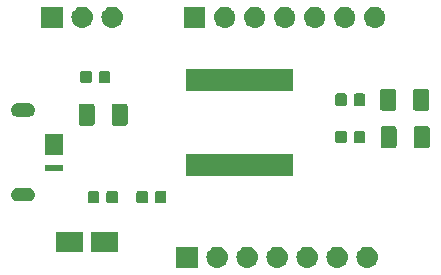
<source format=gbr>
G04 #@! TF.GenerationSoftware,KiCad,Pcbnew,(5.0.1)-3*
G04 #@! TF.CreationDate,2019-07-12T23:00:33+01:00*
G04 #@! TF.ProjectId,UsbToSerial,557362546F53657269616C2E6B696361,rev?*
G04 #@! TF.SameCoordinates,Original*
G04 #@! TF.FileFunction,Soldermask,Top*
G04 #@! TF.FilePolarity,Negative*
%FSLAX46Y46*%
G04 Gerber Fmt 4.6, Leading zero omitted, Abs format (unit mm)*
G04 Created by KiCad (PCBNEW (5.0.1)-3) date 12/07/2019 23:00:33*
%MOMM*%
%LPD*%
G01*
G04 APERTURE LIST*
%ADD10C,0.100000*%
G04 APERTURE END LIST*
D10*
G36*
X107425443Y-89275519D02*
X107491627Y-89282037D01*
X107604853Y-89316384D01*
X107661467Y-89333557D01*
X107800087Y-89407652D01*
X107817991Y-89417222D01*
X107853729Y-89446552D01*
X107955186Y-89529814D01*
X108038448Y-89631271D01*
X108067778Y-89667009D01*
X108067779Y-89667011D01*
X108151443Y-89823533D01*
X108151443Y-89823534D01*
X108202963Y-89993373D01*
X108220359Y-90170000D01*
X108202963Y-90346627D01*
X108168616Y-90459853D01*
X108151443Y-90516467D01*
X108077348Y-90655087D01*
X108067778Y-90672991D01*
X108038448Y-90708729D01*
X107955186Y-90810186D01*
X107853729Y-90893448D01*
X107817991Y-90922778D01*
X107817989Y-90922779D01*
X107661467Y-91006443D01*
X107604853Y-91023616D01*
X107491627Y-91057963D01*
X107425442Y-91064482D01*
X107359260Y-91071000D01*
X107270740Y-91071000D01*
X107204558Y-91064482D01*
X107138373Y-91057963D01*
X107025147Y-91023616D01*
X106968533Y-91006443D01*
X106812011Y-90922779D01*
X106812009Y-90922778D01*
X106776271Y-90893448D01*
X106674814Y-90810186D01*
X106591552Y-90708729D01*
X106562222Y-90672991D01*
X106552652Y-90655087D01*
X106478557Y-90516467D01*
X106461384Y-90459853D01*
X106427037Y-90346627D01*
X106409641Y-90170000D01*
X106427037Y-89993373D01*
X106478557Y-89823534D01*
X106478557Y-89823533D01*
X106562221Y-89667011D01*
X106562222Y-89667009D01*
X106591552Y-89631271D01*
X106674814Y-89529814D01*
X106776271Y-89446552D01*
X106812009Y-89417222D01*
X106829913Y-89407652D01*
X106968533Y-89333557D01*
X107025147Y-89316384D01*
X107138373Y-89282037D01*
X107204557Y-89275519D01*
X107270740Y-89269000D01*
X107359260Y-89269000D01*
X107425443Y-89275519D01*
X107425443Y-89275519D01*
G37*
G36*
X104885443Y-89275519D02*
X104951627Y-89282037D01*
X105064853Y-89316384D01*
X105121467Y-89333557D01*
X105260087Y-89407652D01*
X105277991Y-89417222D01*
X105313729Y-89446552D01*
X105415186Y-89529814D01*
X105498448Y-89631271D01*
X105527778Y-89667009D01*
X105527779Y-89667011D01*
X105611443Y-89823533D01*
X105611443Y-89823534D01*
X105662963Y-89993373D01*
X105680359Y-90170000D01*
X105662963Y-90346627D01*
X105628616Y-90459853D01*
X105611443Y-90516467D01*
X105537348Y-90655087D01*
X105527778Y-90672991D01*
X105498448Y-90708729D01*
X105415186Y-90810186D01*
X105313729Y-90893448D01*
X105277991Y-90922778D01*
X105277989Y-90922779D01*
X105121467Y-91006443D01*
X105064853Y-91023616D01*
X104951627Y-91057963D01*
X104885442Y-91064482D01*
X104819260Y-91071000D01*
X104730740Y-91071000D01*
X104664558Y-91064482D01*
X104598373Y-91057963D01*
X104485147Y-91023616D01*
X104428533Y-91006443D01*
X104272011Y-90922779D01*
X104272009Y-90922778D01*
X104236271Y-90893448D01*
X104134814Y-90810186D01*
X104051552Y-90708729D01*
X104022222Y-90672991D01*
X104012652Y-90655087D01*
X103938557Y-90516467D01*
X103921384Y-90459853D01*
X103887037Y-90346627D01*
X103869641Y-90170000D01*
X103887037Y-89993373D01*
X103938557Y-89823534D01*
X103938557Y-89823533D01*
X104022221Y-89667011D01*
X104022222Y-89667009D01*
X104051552Y-89631271D01*
X104134814Y-89529814D01*
X104236271Y-89446552D01*
X104272009Y-89417222D01*
X104289913Y-89407652D01*
X104428533Y-89333557D01*
X104485147Y-89316384D01*
X104598373Y-89282037D01*
X104664557Y-89275519D01*
X104730740Y-89269000D01*
X104819260Y-89269000D01*
X104885443Y-89275519D01*
X104885443Y-89275519D01*
G37*
G36*
X92976000Y-91071000D02*
X91174000Y-91071000D01*
X91174000Y-89269000D01*
X92976000Y-89269000D01*
X92976000Y-91071000D01*
X92976000Y-91071000D01*
G37*
G36*
X94725443Y-89275519D02*
X94791627Y-89282037D01*
X94904853Y-89316384D01*
X94961467Y-89333557D01*
X95100087Y-89407652D01*
X95117991Y-89417222D01*
X95153729Y-89446552D01*
X95255186Y-89529814D01*
X95338448Y-89631271D01*
X95367778Y-89667009D01*
X95367779Y-89667011D01*
X95451443Y-89823533D01*
X95451443Y-89823534D01*
X95502963Y-89993373D01*
X95520359Y-90170000D01*
X95502963Y-90346627D01*
X95468616Y-90459853D01*
X95451443Y-90516467D01*
X95377348Y-90655087D01*
X95367778Y-90672991D01*
X95338448Y-90708729D01*
X95255186Y-90810186D01*
X95153729Y-90893448D01*
X95117991Y-90922778D01*
X95117989Y-90922779D01*
X94961467Y-91006443D01*
X94904853Y-91023616D01*
X94791627Y-91057963D01*
X94725442Y-91064482D01*
X94659260Y-91071000D01*
X94570740Y-91071000D01*
X94504558Y-91064482D01*
X94438373Y-91057963D01*
X94325147Y-91023616D01*
X94268533Y-91006443D01*
X94112011Y-90922779D01*
X94112009Y-90922778D01*
X94076271Y-90893448D01*
X93974814Y-90810186D01*
X93891552Y-90708729D01*
X93862222Y-90672991D01*
X93852652Y-90655087D01*
X93778557Y-90516467D01*
X93761384Y-90459853D01*
X93727037Y-90346627D01*
X93709641Y-90170000D01*
X93727037Y-89993373D01*
X93778557Y-89823534D01*
X93778557Y-89823533D01*
X93862221Y-89667011D01*
X93862222Y-89667009D01*
X93891552Y-89631271D01*
X93974814Y-89529814D01*
X94076271Y-89446552D01*
X94112009Y-89417222D01*
X94129913Y-89407652D01*
X94268533Y-89333557D01*
X94325147Y-89316384D01*
X94438373Y-89282037D01*
X94504557Y-89275519D01*
X94570740Y-89269000D01*
X94659260Y-89269000D01*
X94725443Y-89275519D01*
X94725443Y-89275519D01*
G37*
G36*
X97265443Y-89275519D02*
X97331627Y-89282037D01*
X97444853Y-89316384D01*
X97501467Y-89333557D01*
X97640087Y-89407652D01*
X97657991Y-89417222D01*
X97693729Y-89446552D01*
X97795186Y-89529814D01*
X97878448Y-89631271D01*
X97907778Y-89667009D01*
X97907779Y-89667011D01*
X97991443Y-89823533D01*
X97991443Y-89823534D01*
X98042963Y-89993373D01*
X98060359Y-90170000D01*
X98042963Y-90346627D01*
X98008616Y-90459853D01*
X97991443Y-90516467D01*
X97917348Y-90655087D01*
X97907778Y-90672991D01*
X97878448Y-90708729D01*
X97795186Y-90810186D01*
X97693729Y-90893448D01*
X97657991Y-90922778D01*
X97657989Y-90922779D01*
X97501467Y-91006443D01*
X97444853Y-91023616D01*
X97331627Y-91057963D01*
X97265442Y-91064482D01*
X97199260Y-91071000D01*
X97110740Y-91071000D01*
X97044558Y-91064482D01*
X96978373Y-91057963D01*
X96865147Y-91023616D01*
X96808533Y-91006443D01*
X96652011Y-90922779D01*
X96652009Y-90922778D01*
X96616271Y-90893448D01*
X96514814Y-90810186D01*
X96431552Y-90708729D01*
X96402222Y-90672991D01*
X96392652Y-90655087D01*
X96318557Y-90516467D01*
X96301384Y-90459853D01*
X96267037Y-90346627D01*
X96249641Y-90170000D01*
X96267037Y-89993373D01*
X96318557Y-89823534D01*
X96318557Y-89823533D01*
X96402221Y-89667011D01*
X96402222Y-89667009D01*
X96431552Y-89631271D01*
X96514814Y-89529814D01*
X96616271Y-89446552D01*
X96652009Y-89417222D01*
X96669913Y-89407652D01*
X96808533Y-89333557D01*
X96865147Y-89316384D01*
X96978373Y-89282037D01*
X97044557Y-89275519D01*
X97110740Y-89269000D01*
X97199260Y-89269000D01*
X97265443Y-89275519D01*
X97265443Y-89275519D01*
G37*
G36*
X99805443Y-89275519D02*
X99871627Y-89282037D01*
X99984853Y-89316384D01*
X100041467Y-89333557D01*
X100180087Y-89407652D01*
X100197991Y-89417222D01*
X100233729Y-89446552D01*
X100335186Y-89529814D01*
X100418448Y-89631271D01*
X100447778Y-89667009D01*
X100447779Y-89667011D01*
X100531443Y-89823533D01*
X100531443Y-89823534D01*
X100582963Y-89993373D01*
X100600359Y-90170000D01*
X100582963Y-90346627D01*
X100548616Y-90459853D01*
X100531443Y-90516467D01*
X100457348Y-90655087D01*
X100447778Y-90672991D01*
X100418448Y-90708729D01*
X100335186Y-90810186D01*
X100233729Y-90893448D01*
X100197991Y-90922778D01*
X100197989Y-90922779D01*
X100041467Y-91006443D01*
X99984853Y-91023616D01*
X99871627Y-91057963D01*
X99805442Y-91064482D01*
X99739260Y-91071000D01*
X99650740Y-91071000D01*
X99584558Y-91064482D01*
X99518373Y-91057963D01*
X99405147Y-91023616D01*
X99348533Y-91006443D01*
X99192011Y-90922779D01*
X99192009Y-90922778D01*
X99156271Y-90893448D01*
X99054814Y-90810186D01*
X98971552Y-90708729D01*
X98942222Y-90672991D01*
X98932652Y-90655087D01*
X98858557Y-90516467D01*
X98841384Y-90459853D01*
X98807037Y-90346627D01*
X98789641Y-90170000D01*
X98807037Y-89993373D01*
X98858557Y-89823534D01*
X98858557Y-89823533D01*
X98942221Y-89667011D01*
X98942222Y-89667009D01*
X98971552Y-89631271D01*
X99054814Y-89529814D01*
X99156271Y-89446552D01*
X99192009Y-89417222D01*
X99209913Y-89407652D01*
X99348533Y-89333557D01*
X99405147Y-89316384D01*
X99518373Y-89282037D01*
X99584557Y-89275519D01*
X99650740Y-89269000D01*
X99739260Y-89269000D01*
X99805443Y-89275519D01*
X99805443Y-89275519D01*
G37*
G36*
X102345443Y-89275519D02*
X102411627Y-89282037D01*
X102524853Y-89316384D01*
X102581467Y-89333557D01*
X102720087Y-89407652D01*
X102737991Y-89417222D01*
X102773729Y-89446552D01*
X102875186Y-89529814D01*
X102958448Y-89631271D01*
X102987778Y-89667009D01*
X102987779Y-89667011D01*
X103071443Y-89823533D01*
X103071443Y-89823534D01*
X103122963Y-89993373D01*
X103140359Y-90170000D01*
X103122963Y-90346627D01*
X103088616Y-90459853D01*
X103071443Y-90516467D01*
X102997348Y-90655087D01*
X102987778Y-90672991D01*
X102958448Y-90708729D01*
X102875186Y-90810186D01*
X102773729Y-90893448D01*
X102737991Y-90922778D01*
X102737989Y-90922779D01*
X102581467Y-91006443D01*
X102524853Y-91023616D01*
X102411627Y-91057963D01*
X102345442Y-91064482D01*
X102279260Y-91071000D01*
X102190740Y-91071000D01*
X102124558Y-91064482D01*
X102058373Y-91057963D01*
X101945147Y-91023616D01*
X101888533Y-91006443D01*
X101732011Y-90922779D01*
X101732009Y-90922778D01*
X101696271Y-90893448D01*
X101594814Y-90810186D01*
X101511552Y-90708729D01*
X101482222Y-90672991D01*
X101472652Y-90655087D01*
X101398557Y-90516467D01*
X101381384Y-90459853D01*
X101347037Y-90346627D01*
X101329641Y-90170000D01*
X101347037Y-89993373D01*
X101398557Y-89823534D01*
X101398557Y-89823533D01*
X101482221Y-89667011D01*
X101482222Y-89667009D01*
X101511552Y-89631271D01*
X101594814Y-89529814D01*
X101696271Y-89446552D01*
X101732009Y-89417222D01*
X101749913Y-89407652D01*
X101888533Y-89333557D01*
X101945147Y-89316384D01*
X102058373Y-89282037D01*
X102124557Y-89275519D01*
X102190740Y-89269000D01*
X102279260Y-89269000D01*
X102345443Y-89275519D01*
X102345443Y-89275519D01*
G37*
G36*
X86241000Y-89751000D02*
X83939000Y-89751000D01*
X83939000Y-88049000D01*
X86241000Y-88049000D01*
X86241000Y-89751000D01*
X86241000Y-89751000D01*
G37*
G36*
X83241000Y-89751000D02*
X80939000Y-89751000D01*
X80939000Y-88049000D01*
X83241000Y-88049000D01*
X83241000Y-89751000D01*
X83241000Y-89751000D01*
G37*
G36*
X88607091Y-84568085D02*
X88641069Y-84578393D01*
X88672387Y-84595133D01*
X88699839Y-84617661D01*
X88722367Y-84645113D01*
X88739107Y-84676431D01*
X88749415Y-84710409D01*
X88753500Y-84751890D01*
X88753500Y-85428110D01*
X88749415Y-85469591D01*
X88739107Y-85503569D01*
X88722367Y-85534887D01*
X88699839Y-85562339D01*
X88672387Y-85584867D01*
X88641069Y-85601607D01*
X88607091Y-85611915D01*
X88565610Y-85616000D01*
X87964390Y-85616000D01*
X87922909Y-85611915D01*
X87888931Y-85601607D01*
X87857613Y-85584867D01*
X87830161Y-85562339D01*
X87807633Y-85534887D01*
X87790893Y-85503569D01*
X87780585Y-85469591D01*
X87776500Y-85428110D01*
X87776500Y-84751890D01*
X87780585Y-84710409D01*
X87790893Y-84676431D01*
X87807633Y-84645113D01*
X87830161Y-84617661D01*
X87857613Y-84595133D01*
X87888931Y-84578393D01*
X87922909Y-84568085D01*
X87964390Y-84564000D01*
X88565610Y-84564000D01*
X88607091Y-84568085D01*
X88607091Y-84568085D01*
G37*
G36*
X84492091Y-84568085D02*
X84526069Y-84578393D01*
X84557387Y-84595133D01*
X84584839Y-84617661D01*
X84607367Y-84645113D01*
X84624107Y-84676431D01*
X84634415Y-84710409D01*
X84638500Y-84751890D01*
X84638500Y-85428110D01*
X84634415Y-85469591D01*
X84624107Y-85503569D01*
X84607367Y-85534887D01*
X84584839Y-85562339D01*
X84557387Y-85584867D01*
X84526069Y-85601607D01*
X84492091Y-85611915D01*
X84450610Y-85616000D01*
X83849390Y-85616000D01*
X83807909Y-85611915D01*
X83773931Y-85601607D01*
X83742613Y-85584867D01*
X83715161Y-85562339D01*
X83692633Y-85534887D01*
X83675893Y-85503569D01*
X83665585Y-85469591D01*
X83661500Y-85428110D01*
X83661500Y-84751890D01*
X83665585Y-84710409D01*
X83675893Y-84676431D01*
X83692633Y-84645113D01*
X83715161Y-84617661D01*
X83742613Y-84595133D01*
X83773931Y-84578393D01*
X83807909Y-84568085D01*
X83849390Y-84564000D01*
X84450610Y-84564000D01*
X84492091Y-84568085D01*
X84492091Y-84568085D01*
G37*
G36*
X86067091Y-84568085D02*
X86101069Y-84578393D01*
X86132387Y-84595133D01*
X86159839Y-84617661D01*
X86182367Y-84645113D01*
X86199107Y-84676431D01*
X86209415Y-84710409D01*
X86213500Y-84751890D01*
X86213500Y-85428110D01*
X86209415Y-85469591D01*
X86199107Y-85503569D01*
X86182367Y-85534887D01*
X86159839Y-85562339D01*
X86132387Y-85584867D01*
X86101069Y-85601607D01*
X86067091Y-85611915D01*
X86025610Y-85616000D01*
X85424390Y-85616000D01*
X85382909Y-85611915D01*
X85348931Y-85601607D01*
X85317613Y-85584867D01*
X85290161Y-85562339D01*
X85267633Y-85534887D01*
X85250893Y-85503569D01*
X85240585Y-85469591D01*
X85236500Y-85428110D01*
X85236500Y-84751890D01*
X85240585Y-84710409D01*
X85250893Y-84676431D01*
X85267633Y-84645113D01*
X85290161Y-84617661D01*
X85317613Y-84595133D01*
X85348931Y-84578393D01*
X85382909Y-84568085D01*
X85424390Y-84564000D01*
X86025610Y-84564000D01*
X86067091Y-84568085D01*
X86067091Y-84568085D01*
G37*
G36*
X90182091Y-84568085D02*
X90216069Y-84578393D01*
X90247387Y-84595133D01*
X90274839Y-84617661D01*
X90297367Y-84645113D01*
X90314107Y-84676431D01*
X90324415Y-84710409D01*
X90328500Y-84751890D01*
X90328500Y-85428110D01*
X90324415Y-85469591D01*
X90314107Y-85503569D01*
X90297367Y-85534887D01*
X90274839Y-85562339D01*
X90247387Y-85584867D01*
X90216069Y-85601607D01*
X90182091Y-85611915D01*
X90140610Y-85616000D01*
X89539390Y-85616000D01*
X89497909Y-85611915D01*
X89463931Y-85601607D01*
X89432613Y-85584867D01*
X89405161Y-85562339D01*
X89382633Y-85534887D01*
X89365893Y-85503569D01*
X89355585Y-85469591D01*
X89351500Y-85428110D01*
X89351500Y-84751890D01*
X89355585Y-84710409D01*
X89365893Y-84676431D01*
X89382633Y-84645113D01*
X89405161Y-84617661D01*
X89432613Y-84595133D01*
X89463931Y-84578393D01*
X89497909Y-84568085D01*
X89539390Y-84564000D01*
X90140610Y-84564000D01*
X90182091Y-84568085D01*
X90182091Y-84568085D01*
G37*
G36*
X78712916Y-84287334D02*
X78821492Y-84320271D01*
X78921557Y-84373756D01*
X79009264Y-84445736D01*
X79081244Y-84533443D01*
X79134729Y-84633508D01*
X79167666Y-84742084D01*
X79178787Y-84855000D01*
X79167666Y-84967916D01*
X79134729Y-85076492D01*
X79081244Y-85176557D01*
X79009264Y-85264264D01*
X78921557Y-85336244D01*
X78821492Y-85389729D01*
X78712916Y-85422666D01*
X78628298Y-85431000D01*
X77721702Y-85431000D01*
X77637084Y-85422666D01*
X77528508Y-85389729D01*
X77428443Y-85336244D01*
X77340736Y-85264264D01*
X77268756Y-85176557D01*
X77215271Y-85076492D01*
X77182334Y-84967916D01*
X77171213Y-84855000D01*
X77182334Y-84742084D01*
X77215271Y-84633508D01*
X77268756Y-84533443D01*
X77340736Y-84445736D01*
X77428443Y-84373756D01*
X77528508Y-84320271D01*
X77637084Y-84287334D01*
X77721702Y-84279000D01*
X78628298Y-84279000D01*
X78712916Y-84287334D01*
X78712916Y-84287334D01*
G37*
G36*
X101021000Y-83266000D02*
X92019000Y-83266000D01*
X92019000Y-81414000D01*
X101021000Y-81414000D01*
X101021000Y-83266000D01*
X101021000Y-83266000D01*
G37*
G36*
X81576000Y-82831000D02*
X80074000Y-82831000D01*
X80074000Y-82329000D01*
X81576000Y-82329000D01*
X81576000Y-82831000D01*
X81576000Y-82831000D01*
G37*
G36*
X81576000Y-81531000D02*
X80074000Y-81531000D01*
X80074000Y-79729000D01*
X81576000Y-79729000D01*
X81576000Y-81531000D01*
X81576000Y-81531000D01*
G37*
G36*
X109648604Y-79088347D02*
X109685145Y-79099432D01*
X109718820Y-79117431D01*
X109748341Y-79141659D01*
X109772569Y-79171180D01*
X109790568Y-79204855D01*
X109801653Y-79241396D01*
X109806000Y-79285538D01*
X109806000Y-80734462D01*
X109801653Y-80778604D01*
X109790568Y-80815145D01*
X109772569Y-80848820D01*
X109748341Y-80878341D01*
X109718820Y-80902569D01*
X109685145Y-80920568D01*
X109648604Y-80931653D01*
X109604462Y-80936000D01*
X108655538Y-80936000D01*
X108611396Y-80931653D01*
X108574855Y-80920568D01*
X108541180Y-80902569D01*
X108511659Y-80878341D01*
X108487431Y-80848820D01*
X108469432Y-80815145D01*
X108458347Y-80778604D01*
X108454000Y-80734462D01*
X108454000Y-79285538D01*
X108458347Y-79241396D01*
X108469432Y-79204855D01*
X108487431Y-79171180D01*
X108511659Y-79141659D01*
X108541180Y-79117431D01*
X108574855Y-79099432D01*
X108611396Y-79088347D01*
X108655538Y-79084000D01*
X109604462Y-79084000D01*
X109648604Y-79088347D01*
X109648604Y-79088347D01*
G37*
G36*
X112448604Y-79088347D02*
X112485145Y-79099432D01*
X112518820Y-79117431D01*
X112548341Y-79141659D01*
X112572569Y-79171180D01*
X112590568Y-79204855D01*
X112601653Y-79241396D01*
X112606000Y-79285538D01*
X112606000Y-80734462D01*
X112601653Y-80778604D01*
X112590568Y-80815145D01*
X112572569Y-80848820D01*
X112548341Y-80878341D01*
X112518820Y-80902569D01*
X112485145Y-80920568D01*
X112448604Y-80931653D01*
X112404462Y-80936000D01*
X111455538Y-80936000D01*
X111411396Y-80931653D01*
X111374855Y-80920568D01*
X111341180Y-80902569D01*
X111311659Y-80878341D01*
X111287431Y-80848820D01*
X111269432Y-80815145D01*
X111258347Y-80778604D01*
X111254000Y-80734462D01*
X111254000Y-79285538D01*
X111258347Y-79241396D01*
X111269432Y-79204855D01*
X111287431Y-79171180D01*
X111311659Y-79141659D01*
X111341180Y-79117431D01*
X111374855Y-79099432D01*
X111411396Y-79088347D01*
X111455538Y-79084000D01*
X112404462Y-79084000D01*
X112448604Y-79088347D01*
X112448604Y-79088347D01*
G37*
G36*
X105447091Y-79488085D02*
X105481069Y-79498393D01*
X105512387Y-79515133D01*
X105539839Y-79537661D01*
X105562367Y-79565113D01*
X105579107Y-79596431D01*
X105589415Y-79630409D01*
X105593500Y-79671890D01*
X105593500Y-80348110D01*
X105589415Y-80389591D01*
X105579107Y-80423569D01*
X105562367Y-80454887D01*
X105539839Y-80482339D01*
X105512387Y-80504867D01*
X105481069Y-80521607D01*
X105447091Y-80531915D01*
X105405610Y-80536000D01*
X104804390Y-80536000D01*
X104762909Y-80531915D01*
X104728931Y-80521607D01*
X104697613Y-80504867D01*
X104670161Y-80482339D01*
X104647633Y-80454887D01*
X104630893Y-80423569D01*
X104620585Y-80389591D01*
X104616500Y-80348110D01*
X104616500Y-79671890D01*
X104620585Y-79630409D01*
X104630893Y-79596431D01*
X104647633Y-79565113D01*
X104670161Y-79537661D01*
X104697613Y-79515133D01*
X104728931Y-79498393D01*
X104762909Y-79488085D01*
X104804390Y-79484000D01*
X105405610Y-79484000D01*
X105447091Y-79488085D01*
X105447091Y-79488085D01*
G37*
G36*
X107022091Y-79488085D02*
X107056069Y-79498393D01*
X107087387Y-79515133D01*
X107114839Y-79537661D01*
X107137367Y-79565113D01*
X107154107Y-79596431D01*
X107164415Y-79630409D01*
X107168500Y-79671890D01*
X107168500Y-80348110D01*
X107164415Y-80389591D01*
X107154107Y-80423569D01*
X107137367Y-80454887D01*
X107114839Y-80482339D01*
X107087387Y-80504867D01*
X107056069Y-80521607D01*
X107022091Y-80531915D01*
X106980610Y-80536000D01*
X106379390Y-80536000D01*
X106337909Y-80531915D01*
X106303931Y-80521607D01*
X106272613Y-80504867D01*
X106245161Y-80482339D01*
X106222633Y-80454887D01*
X106205893Y-80423569D01*
X106195585Y-80389591D01*
X106191500Y-80348110D01*
X106191500Y-79671890D01*
X106195585Y-79630409D01*
X106205893Y-79596431D01*
X106222633Y-79565113D01*
X106245161Y-79537661D01*
X106272613Y-79515133D01*
X106303931Y-79498393D01*
X106337909Y-79488085D01*
X106379390Y-79484000D01*
X106980610Y-79484000D01*
X107022091Y-79488085D01*
X107022091Y-79488085D01*
G37*
G36*
X86878604Y-77183347D02*
X86915145Y-77194432D01*
X86948820Y-77212431D01*
X86978341Y-77236659D01*
X87002569Y-77266180D01*
X87020568Y-77299855D01*
X87031653Y-77336396D01*
X87036000Y-77380538D01*
X87036000Y-78829462D01*
X87031653Y-78873604D01*
X87020568Y-78910145D01*
X87002569Y-78943820D01*
X86978341Y-78973341D01*
X86948820Y-78997569D01*
X86915145Y-79015568D01*
X86878604Y-79026653D01*
X86834462Y-79031000D01*
X85885538Y-79031000D01*
X85841396Y-79026653D01*
X85804855Y-79015568D01*
X85771180Y-78997569D01*
X85741659Y-78973341D01*
X85717431Y-78943820D01*
X85699432Y-78910145D01*
X85688347Y-78873604D01*
X85684000Y-78829462D01*
X85684000Y-77380538D01*
X85688347Y-77336396D01*
X85699432Y-77299855D01*
X85717431Y-77266180D01*
X85741659Y-77236659D01*
X85771180Y-77212431D01*
X85804855Y-77194432D01*
X85841396Y-77183347D01*
X85885538Y-77179000D01*
X86834462Y-77179000D01*
X86878604Y-77183347D01*
X86878604Y-77183347D01*
G37*
G36*
X84078604Y-77183347D02*
X84115145Y-77194432D01*
X84148820Y-77212431D01*
X84178341Y-77236659D01*
X84202569Y-77266180D01*
X84220568Y-77299855D01*
X84231653Y-77336396D01*
X84236000Y-77380538D01*
X84236000Y-78829462D01*
X84231653Y-78873604D01*
X84220568Y-78910145D01*
X84202569Y-78943820D01*
X84178341Y-78973341D01*
X84148820Y-78997569D01*
X84115145Y-79015568D01*
X84078604Y-79026653D01*
X84034462Y-79031000D01*
X83085538Y-79031000D01*
X83041396Y-79026653D01*
X83004855Y-79015568D01*
X82971180Y-78997569D01*
X82941659Y-78973341D01*
X82917431Y-78943820D01*
X82899432Y-78910145D01*
X82888347Y-78873604D01*
X82884000Y-78829462D01*
X82884000Y-77380538D01*
X82888347Y-77336396D01*
X82899432Y-77299855D01*
X82917431Y-77266180D01*
X82941659Y-77236659D01*
X82971180Y-77212431D01*
X83004855Y-77194432D01*
X83041396Y-77183347D01*
X83085538Y-77179000D01*
X84034462Y-77179000D01*
X84078604Y-77183347D01*
X84078604Y-77183347D01*
G37*
G36*
X78712916Y-77137334D02*
X78821492Y-77170271D01*
X78921557Y-77223756D01*
X79009264Y-77295736D01*
X79081244Y-77383443D01*
X79134729Y-77483508D01*
X79167666Y-77592084D01*
X79178787Y-77705000D01*
X79167666Y-77817916D01*
X79134729Y-77926492D01*
X79081244Y-78026557D01*
X79009264Y-78114264D01*
X78921557Y-78186244D01*
X78821492Y-78239729D01*
X78712916Y-78272666D01*
X78628298Y-78281000D01*
X77721702Y-78281000D01*
X77637084Y-78272666D01*
X77528508Y-78239729D01*
X77428443Y-78186244D01*
X77340736Y-78114264D01*
X77268756Y-78026557D01*
X77215271Y-77926492D01*
X77182334Y-77817916D01*
X77171213Y-77705000D01*
X77182334Y-77592084D01*
X77215271Y-77483508D01*
X77268756Y-77383443D01*
X77340736Y-77295736D01*
X77428443Y-77223756D01*
X77528508Y-77170271D01*
X77637084Y-77137334D01*
X77721702Y-77129000D01*
X78628298Y-77129000D01*
X78712916Y-77137334D01*
X78712916Y-77137334D01*
G37*
G36*
X109608604Y-75913347D02*
X109645145Y-75924432D01*
X109678820Y-75942431D01*
X109708341Y-75966659D01*
X109732569Y-75996180D01*
X109750568Y-76029855D01*
X109761653Y-76066396D01*
X109766000Y-76110538D01*
X109766000Y-77559462D01*
X109761653Y-77603604D01*
X109750568Y-77640145D01*
X109732569Y-77673820D01*
X109708341Y-77703341D01*
X109678820Y-77727569D01*
X109645145Y-77745568D01*
X109608604Y-77756653D01*
X109564462Y-77761000D01*
X108615538Y-77761000D01*
X108571396Y-77756653D01*
X108534855Y-77745568D01*
X108501180Y-77727569D01*
X108471659Y-77703341D01*
X108447431Y-77673820D01*
X108429432Y-77640145D01*
X108418347Y-77603604D01*
X108414000Y-77559462D01*
X108414000Y-76110538D01*
X108418347Y-76066396D01*
X108429432Y-76029855D01*
X108447431Y-75996180D01*
X108471659Y-75966659D01*
X108501180Y-75942431D01*
X108534855Y-75924432D01*
X108571396Y-75913347D01*
X108615538Y-75909000D01*
X109564462Y-75909000D01*
X109608604Y-75913347D01*
X109608604Y-75913347D01*
G37*
G36*
X112408604Y-75913347D02*
X112445145Y-75924432D01*
X112478820Y-75942431D01*
X112508341Y-75966659D01*
X112532569Y-75996180D01*
X112550568Y-76029855D01*
X112561653Y-76066396D01*
X112566000Y-76110538D01*
X112566000Y-77559462D01*
X112561653Y-77603604D01*
X112550568Y-77640145D01*
X112532569Y-77673820D01*
X112508341Y-77703341D01*
X112478820Y-77727569D01*
X112445145Y-77745568D01*
X112408604Y-77756653D01*
X112364462Y-77761000D01*
X111415538Y-77761000D01*
X111371396Y-77756653D01*
X111334855Y-77745568D01*
X111301180Y-77727569D01*
X111271659Y-77703341D01*
X111247431Y-77673820D01*
X111229432Y-77640145D01*
X111218347Y-77603604D01*
X111214000Y-77559462D01*
X111214000Y-76110538D01*
X111218347Y-76066396D01*
X111229432Y-76029855D01*
X111247431Y-75996180D01*
X111271659Y-75966659D01*
X111301180Y-75942431D01*
X111334855Y-75924432D01*
X111371396Y-75913347D01*
X111415538Y-75909000D01*
X112364462Y-75909000D01*
X112408604Y-75913347D01*
X112408604Y-75913347D01*
G37*
G36*
X107022091Y-76313085D02*
X107056069Y-76323393D01*
X107087387Y-76340133D01*
X107114839Y-76362661D01*
X107137367Y-76390113D01*
X107154107Y-76421431D01*
X107164415Y-76455409D01*
X107168500Y-76496890D01*
X107168500Y-77173110D01*
X107164415Y-77214591D01*
X107154107Y-77248569D01*
X107137367Y-77279887D01*
X107114839Y-77307339D01*
X107087387Y-77329867D01*
X107056069Y-77346607D01*
X107022091Y-77356915D01*
X106980610Y-77361000D01*
X106379390Y-77361000D01*
X106337909Y-77356915D01*
X106303931Y-77346607D01*
X106272613Y-77329867D01*
X106245161Y-77307339D01*
X106222633Y-77279887D01*
X106205893Y-77248569D01*
X106195585Y-77214591D01*
X106191500Y-77173110D01*
X106191500Y-76496890D01*
X106195585Y-76455409D01*
X106205893Y-76421431D01*
X106222633Y-76390113D01*
X106245161Y-76362661D01*
X106272613Y-76340133D01*
X106303931Y-76323393D01*
X106337909Y-76313085D01*
X106379390Y-76309000D01*
X106980610Y-76309000D01*
X107022091Y-76313085D01*
X107022091Y-76313085D01*
G37*
G36*
X105447091Y-76313085D02*
X105481069Y-76323393D01*
X105512387Y-76340133D01*
X105539839Y-76362661D01*
X105562367Y-76390113D01*
X105579107Y-76421431D01*
X105589415Y-76455409D01*
X105593500Y-76496890D01*
X105593500Y-77173110D01*
X105589415Y-77214591D01*
X105579107Y-77248569D01*
X105562367Y-77279887D01*
X105539839Y-77307339D01*
X105512387Y-77329867D01*
X105481069Y-77346607D01*
X105447091Y-77356915D01*
X105405610Y-77361000D01*
X104804390Y-77361000D01*
X104762909Y-77356915D01*
X104728931Y-77346607D01*
X104697613Y-77329867D01*
X104670161Y-77307339D01*
X104647633Y-77279887D01*
X104630893Y-77248569D01*
X104620585Y-77214591D01*
X104616500Y-77173110D01*
X104616500Y-76496890D01*
X104620585Y-76455409D01*
X104630893Y-76421431D01*
X104647633Y-76390113D01*
X104670161Y-76362661D01*
X104697613Y-76340133D01*
X104728931Y-76323393D01*
X104762909Y-76313085D01*
X104804390Y-76309000D01*
X105405610Y-76309000D01*
X105447091Y-76313085D01*
X105447091Y-76313085D01*
G37*
G36*
X101021000Y-76066000D02*
X92019000Y-76066000D01*
X92019000Y-74214000D01*
X101021000Y-74214000D01*
X101021000Y-76066000D01*
X101021000Y-76066000D01*
G37*
G36*
X85432091Y-74408085D02*
X85466069Y-74418393D01*
X85497387Y-74435133D01*
X85524839Y-74457661D01*
X85547367Y-74485113D01*
X85564107Y-74516431D01*
X85574415Y-74550409D01*
X85578500Y-74591890D01*
X85578500Y-75268110D01*
X85574415Y-75309591D01*
X85564107Y-75343569D01*
X85547367Y-75374887D01*
X85524839Y-75402339D01*
X85497387Y-75424867D01*
X85466069Y-75441607D01*
X85432091Y-75451915D01*
X85390610Y-75456000D01*
X84789390Y-75456000D01*
X84747909Y-75451915D01*
X84713931Y-75441607D01*
X84682613Y-75424867D01*
X84655161Y-75402339D01*
X84632633Y-75374887D01*
X84615893Y-75343569D01*
X84605585Y-75309591D01*
X84601500Y-75268110D01*
X84601500Y-74591890D01*
X84605585Y-74550409D01*
X84615893Y-74516431D01*
X84632633Y-74485113D01*
X84655161Y-74457661D01*
X84682613Y-74435133D01*
X84713931Y-74418393D01*
X84747909Y-74408085D01*
X84789390Y-74404000D01*
X85390610Y-74404000D01*
X85432091Y-74408085D01*
X85432091Y-74408085D01*
G37*
G36*
X83857091Y-74408085D02*
X83891069Y-74418393D01*
X83922387Y-74435133D01*
X83949839Y-74457661D01*
X83972367Y-74485113D01*
X83989107Y-74516431D01*
X83999415Y-74550409D01*
X84003500Y-74591890D01*
X84003500Y-75268110D01*
X83999415Y-75309591D01*
X83989107Y-75343569D01*
X83972367Y-75374887D01*
X83949839Y-75402339D01*
X83922387Y-75424867D01*
X83891069Y-75441607D01*
X83857091Y-75451915D01*
X83815610Y-75456000D01*
X83214390Y-75456000D01*
X83172909Y-75451915D01*
X83138931Y-75441607D01*
X83107613Y-75424867D01*
X83080161Y-75402339D01*
X83057633Y-75374887D01*
X83040893Y-75343569D01*
X83030585Y-75309591D01*
X83026500Y-75268110D01*
X83026500Y-74591890D01*
X83030585Y-74550409D01*
X83040893Y-74516431D01*
X83057633Y-74485113D01*
X83080161Y-74457661D01*
X83107613Y-74435133D01*
X83138931Y-74418393D01*
X83172909Y-74408085D01*
X83214390Y-74404000D01*
X83815610Y-74404000D01*
X83857091Y-74408085D01*
X83857091Y-74408085D01*
G37*
G36*
X93611000Y-70751000D02*
X91809000Y-70751000D01*
X91809000Y-68949000D01*
X93611000Y-68949000D01*
X93611000Y-70751000D01*
X93611000Y-70751000D01*
G37*
G36*
X95360443Y-68955519D02*
X95426627Y-68962037D01*
X95539853Y-68996384D01*
X95596467Y-69013557D01*
X95735087Y-69087652D01*
X95752991Y-69097222D01*
X95788729Y-69126552D01*
X95890186Y-69209814D01*
X95973448Y-69311271D01*
X96002778Y-69347009D01*
X96002779Y-69347011D01*
X96086443Y-69503533D01*
X96086443Y-69503534D01*
X96137963Y-69673373D01*
X96155359Y-69850000D01*
X96137963Y-70026627D01*
X96103616Y-70139853D01*
X96086443Y-70196467D01*
X96012348Y-70335087D01*
X96002778Y-70352991D01*
X95973448Y-70388729D01*
X95890186Y-70490186D01*
X95788729Y-70573448D01*
X95752991Y-70602778D01*
X95752989Y-70602779D01*
X95596467Y-70686443D01*
X95539853Y-70703616D01*
X95426627Y-70737963D01*
X95360443Y-70744481D01*
X95294260Y-70751000D01*
X95205740Y-70751000D01*
X95139557Y-70744481D01*
X95073373Y-70737963D01*
X94960147Y-70703616D01*
X94903533Y-70686443D01*
X94747011Y-70602779D01*
X94747009Y-70602778D01*
X94711271Y-70573448D01*
X94609814Y-70490186D01*
X94526552Y-70388729D01*
X94497222Y-70352991D01*
X94487652Y-70335087D01*
X94413557Y-70196467D01*
X94396384Y-70139853D01*
X94362037Y-70026627D01*
X94344641Y-69850000D01*
X94362037Y-69673373D01*
X94413557Y-69503534D01*
X94413557Y-69503533D01*
X94497221Y-69347011D01*
X94497222Y-69347009D01*
X94526552Y-69311271D01*
X94609814Y-69209814D01*
X94711271Y-69126552D01*
X94747009Y-69097222D01*
X94764913Y-69087652D01*
X94903533Y-69013557D01*
X94960147Y-68996384D01*
X95073373Y-68962037D01*
X95139557Y-68955519D01*
X95205740Y-68949000D01*
X95294260Y-68949000D01*
X95360443Y-68955519D01*
X95360443Y-68955519D01*
G37*
G36*
X97900443Y-68955519D02*
X97966627Y-68962037D01*
X98079853Y-68996384D01*
X98136467Y-69013557D01*
X98275087Y-69087652D01*
X98292991Y-69097222D01*
X98328729Y-69126552D01*
X98430186Y-69209814D01*
X98513448Y-69311271D01*
X98542778Y-69347009D01*
X98542779Y-69347011D01*
X98626443Y-69503533D01*
X98626443Y-69503534D01*
X98677963Y-69673373D01*
X98695359Y-69850000D01*
X98677963Y-70026627D01*
X98643616Y-70139853D01*
X98626443Y-70196467D01*
X98552348Y-70335087D01*
X98542778Y-70352991D01*
X98513448Y-70388729D01*
X98430186Y-70490186D01*
X98328729Y-70573448D01*
X98292991Y-70602778D01*
X98292989Y-70602779D01*
X98136467Y-70686443D01*
X98079853Y-70703616D01*
X97966627Y-70737963D01*
X97900443Y-70744481D01*
X97834260Y-70751000D01*
X97745740Y-70751000D01*
X97679557Y-70744481D01*
X97613373Y-70737963D01*
X97500147Y-70703616D01*
X97443533Y-70686443D01*
X97287011Y-70602779D01*
X97287009Y-70602778D01*
X97251271Y-70573448D01*
X97149814Y-70490186D01*
X97066552Y-70388729D01*
X97037222Y-70352991D01*
X97027652Y-70335087D01*
X96953557Y-70196467D01*
X96936384Y-70139853D01*
X96902037Y-70026627D01*
X96884641Y-69850000D01*
X96902037Y-69673373D01*
X96953557Y-69503534D01*
X96953557Y-69503533D01*
X97037221Y-69347011D01*
X97037222Y-69347009D01*
X97066552Y-69311271D01*
X97149814Y-69209814D01*
X97251271Y-69126552D01*
X97287009Y-69097222D01*
X97304913Y-69087652D01*
X97443533Y-69013557D01*
X97500147Y-68996384D01*
X97613373Y-68962037D01*
X97679557Y-68955519D01*
X97745740Y-68949000D01*
X97834260Y-68949000D01*
X97900443Y-68955519D01*
X97900443Y-68955519D01*
G37*
G36*
X100440443Y-68955519D02*
X100506627Y-68962037D01*
X100619853Y-68996384D01*
X100676467Y-69013557D01*
X100815087Y-69087652D01*
X100832991Y-69097222D01*
X100868729Y-69126552D01*
X100970186Y-69209814D01*
X101053448Y-69311271D01*
X101082778Y-69347009D01*
X101082779Y-69347011D01*
X101166443Y-69503533D01*
X101166443Y-69503534D01*
X101217963Y-69673373D01*
X101235359Y-69850000D01*
X101217963Y-70026627D01*
X101183616Y-70139853D01*
X101166443Y-70196467D01*
X101092348Y-70335087D01*
X101082778Y-70352991D01*
X101053448Y-70388729D01*
X100970186Y-70490186D01*
X100868729Y-70573448D01*
X100832991Y-70602778D01*
X100832989Y-70602779D01*
X100676467Y-70686443D01*
X100619853Y-70703616D01*
X100506627Y-70737963D01*
X100440443Y-70744481D01*
X100374260Y-70751000D01*
X100285740Y-70751000D01*
X100219557Y-70744481D01*
X100153373Y-70737963D01*
X100040147Y-70703616D01*
X99983533Y-70686443D01*
X99827011Y-70602779D01*
X99827009Y-70602778D01*
X99791271Y-70573448D01*
X99689814Y-70490186D01*
X99606552Y-70388729D01*
X99577222Y-70352991D01*
X99567652Y-70335087D01*
X99493557Y-70196467D01*
X99476384Y-70139853D01*
X99442037Y-70026627D01*
X99424641Y-69850000D01*
X99442037Y-69673373D01*
X99493557Y-69503534D01*
X99493557Y-69503533D01*
X99577221Y-69347011D01*
X99577222Y-69347009D01*
X99606552Y-69311271D01*
X99689814Y-69209814D01*
X99791271Y-69126552D01*
X99827009Y-69097222D01*
X99844913Y-69087652D01*
X99983533Y-69013557D01*
X100040147Y-68996384D01*
X100153373Y-68962037D01*
X100219557Y-68955519D01*
X100285740Y-68949000D01*
X100374260Y-68949000D01*
X100440443Y-68955519D01*
X100440443Y-68955519D01*
G37*
G36*
X102980443Y-68955519D02*
X103046627Y-68962037D01*
X103159853Y-68996384D01*
X103216467Y-69013557D01*
X103355087Y-69087652D01*
X103372991Y-69097222D01*
X103408729Y-69126552D01*
X103510186Y-69209814D01*
X103593448Y-69311271D01*
X103622778Y-69347009D01*
X103622779Y-69347011D01*
X103706443Y-69503533D01*
X103706443Y-69503534D01*
X103757963Y-69673373D01*
X103775359Y-69850000D01*
X103757963Y-70026627D01*
X103723616Y-70139853D01*
X103706443Y-70196467D01*
X103632348Y-70335087D01*
X103622778Y-70352991D01*
X103593448Y-70388729D01*
X103510186Y-70490186D01*
X103408729Y-70573448D01*
X103372991Y-70602778D01*
X103372989Y-70602779D01*
X103216467Y-70686443D01*
X103159853Y-70703616D01*
X103046627Y-70737963D01*
X102980443Y-70744481D01*
X102914260Y-70751000D01*
X102825740Y-70751000D01*
X102759557Y-70744481D01*
X102693373Y-70737963D01*
X102580147Y-70703616D01*
X102523533Y-70686443D01*
X102367011Y-70602779D01*
X102367009Y-70602778D01*
X102331271Y-70573448D01*
X102229814Y-70490186D01*
X102146552Y-70388729D01*
X102117222Y-70352991D01*
X102107652Y-70335087D01*
X102033557Y-70196467D01*
X102016384Y-70139853D01*
X101982037Y-70026627D01*
X101964641Y-69850000D01*
X101982037Y-69673373D01*
X102033557Y-69503534D01*
X102033557Y-69503533D01*
X102117221Y-69347011D01*
X102117222Y-69347009D01*
X102146552Y-69311271D01*
X102229814Y-69209814D01*
X102331271Y-69126552D01*
X102367009Y-69097222D01*
X102384913Y-69087652D01*
X102523533Y-69013557D01*
X102580147Y-68996384D01*
X102693373Y-68962037D01*
X102759557Y-68955519D01*
X102825740Y-68949000D01*
X102914260Y-68949000D01*
X102980443Y-68955519D01*
X102980443Y-68955519D01*
G37*
G36*
X105520443Y-68955519D02*
X105586627Y-68962037D01*
X105699853Y-68996384D01*
X105756467Y-69013557D01*
X105895087Y-69087652D01*
X105912991Y-69097222D01*
X105948729Y-69126552D01*
X106050186Y-69209814D01*
X106133448Y-69311271D01*
X106162778Y-69347009D01*
X106162779Y-69347011D01*
X106246443Y-69503533D01*
X106246443Y-69503534D01*
X106297963Y-69673373D01*
X106315359Y-69850000D01*
X106297963Y-70026627D01*
X106263616Y-70139853D01*
X106246443Y-70196467D01*
X106172348Y-70335087D01*
X106162778Y-70352991D01*
X106133448Y-70388729D01*
X106050186Y-70490186D01*
X105948729Y-70573448D01*
X105912991Y-70602778D01*
X105912989Y-70602779D01*
X105756467Y-70686443D01*
X105699853Y-70703616D01*
X105586627Y-70737963D01*
X105520443Y-70744481D01*
X105454260Y-70751000D01*
X105365740Y-70751000D01*
X105299557Y-70744481D01*
X105233373Y-70737963D01*
X105120147Y-70703616D01*
X105063533Y-70686443D01*
X104907011Y-70602779D01*
X104907009Y-70602778D01*
X104871271Y-70573448D01*
X104769814Y-70490186D01*
X104686552Y-70388729D01*
X104657222Y-70352991D01*
X104647652Y-70335087D01*
X104573557Y-70196467D01*
X104556384Y-70139853D01*
X104522037Y-70026627D01*
X104504641Y-69850000D01*
X104522037Y-69673373D01*
X104573557Y-69503534D01*
X104573557Y-69503533D01*
X104657221Y-69347011D01*
X104657222Y-69347009D01*
X104686552Y-69311271D01*
X104769814Y-69209814D01*
X104871271Y-69126552D01*
X104907009Y-69097222D01*
X104924913Y-69087652D01*
X105063533Y-69013557D01*
X105120147Y-68996384D01*
X105233373Y-68962037D01*
X105299557Y-68955519D01*
X105365740Y-68949000D01*
X105454260Y-68949000D01*
X105520443Y-68955519D01*
X105520443Y-68955519D01*
G37*
G36*
X108060443Y-68955519D02*
X108126627Y-68962037D01*
X108239853Y-68996384D01*
X108296467Y-69013557D01*
X108435087Y-69087652D01*
X108452991Y-69097222D01*
X108488729Y-69126552D01*
X108590186Y-69209814D01*
X108673448Y-69311271D01*
X108702778Y-69347009D01*
X108702779Y-69347011D01*
X108786443Y-69503533D01*
X108786443Y-69503534D01*
X108837963Y-69673373D01*
X108855359Y-69850000D01*
X108837963Y-70026627D01*
X108803616Y-70139853D01*
X108786443Y-70196467D01*
X108712348Y-70335087D01*
X108702778Y-70352991D01*
X108673448Y-70388729D01*
X108590186Y-70490186D01*
X108488729Y-70573448D01*
X108452991Y-70602778D01*
X108452989Y-70602779D01*
X108296467Y-70686443D01*
X108239853Y-70703616D01*
X108126627Y-70737963D01*
X108060443Y-70744481D01*
X107994260Y-70751000D01*
X107905740Y-70751000D01*
X107839557Y-70744481D01*
X107773373Y-70737963D01*
X107660147Y-70703616D01*
X107603533Y-70686443D01*
X107447011Y-70602779D01*
X107447009Y-70602778D01*
X107411271Y-70573448D01*
X107309814Y-70490186D01*
X107226552Y-70388729D01*
X107197222Y-70352991D01*
X107187652Y-70335087D01*
X107113557Y-70196467D01*
X107096384Y-70139853D01*
X107062037Y-70026627D01*
X107044641Y-69850000D01*
X107062037Y-69673373D01*
X107113557Y-69503534D01*
X107113557Y-69503533D01*
X107197221Y-69347011D01*
X107197222Y-69347009D01*
X107226552Y-69311271D01*
X107309814Y-69209814D01*
X107411271Y-69126552D01*
X107447009Y-69097222D01*
X107464913Y-69087652D01*
X107603533Y-69013557D01*
X107660147Y-68996384D01*
X107773373Y-68962037D01*
X107839557Y-68955519D01*
X107905740Y-68949000D01*
X107994260Y-68949000D01*
X108060443Y-68955519D01*
X108060443Y-68955519D01*
G37*
G36*
X85835443Y-68955519D02*
X85901627Y-68962037D01*
X86014853Y-68996384D01*
X86071467Y-69013557D01*
X86210087Y-69087652D01*
X86227991Y-69097222D01*
X86263729Y-69126552D01*
X86365186Y-69209814D01*
X86448448Y-69311271D01*
X86477778Y-69347009D01*
X86477779Y-69347011D01*
X86561443Y-69503533D01*
X86561443Y-69503534D01*
X86612963Y-69673373D01*
X86630359Y-69850000D01*
X86612963Y-70026627D01*
X86578616Y-70139853D01*
X86561443Y-70196467D01*
X86487348Y-70335087D01*
X86477778Y-70352991D01*
X86448448Y-70388729D01*
X86365186Y-70490186D01*
X86263729Y-70573448D01*
X86227991Y-70602778D01*
X86227989Y-70602779D01*
X86071467Y-70686443D01*
X86014853Y-70703616D01*
X85901627Y-70737963D01*
X85835443Y-70744481D01*
X85769260Y-70751000D01*
X85680740Y-70751000D01*
X85614557Y-70744481D01*
X85548373Y-70737963D01*
X85435147Y-70703616D01*
X85378533Y-70686443D01*
X85222011Y-70602779D01*
X85222009Y-70602778D01*
X85186271Y-70573448D01*
X85084814Y-70490186D01*
X85001552Y-70388729D01*
X84972222Y-70352991D01*
X84962652Y-70335087D01*
X84888557Y-70196467D01*
X84871384Y-70139853D01*
X84837037Y-70026627D01*
X84819641Y-69850000D01*
X84837037Y-69673373D01*
X84888557Y-69503534D01*
X84888557Y-69503533D01*
X84972221Y-69347011D01*
X84972222Y-69347009D01*
X85001552Y-69311271D01*
X85084814Y-69209814D01*
X85186271Y-69126552D01*
X85222009Y-69097222D01*
X85239913Y-69087652D01*
X85378533Y-69013557D01*
X85435147Y-68996384D01*
X85548373Y-68962037D01*
X85614557Y-68955519D01*
X85680740Y-68949000D01*
X85769260Y-68949000D01*
X85835443Y-68955519D01*
X85835443Y-68955519D01*
G37*
G36*
X83295443Y-68955519D02*
X83361627Y-68962037D01*
X83474853Y-68996384D01*
X83531467Y-69013557D01*
X83670087Y-69087652D01*
X83687991Y-69097222D01*
X83723729Y-69126552D01*
X83825186Y-69209814D01*
X83908448Y-69311271D01*
X83937778Y-69347009D01*
X83937779Y-69347011D01*
X84021443Y-69503533D01*
X84021443Y-69503534D01*
X84072963Y-69673373D01*
X84090359Y-69850000D01*
X84072963Y-70026627D01*
X84038616Y-70139853D01*
X84021443Y-70196467D01*
X83947348Y-70335087D01*
X83937778Y-70352991D01*
X83908448Y-70388729D01*
X83825186Y-70490186D01*
X83723729Y-70573448D01*
X83687991Y-70602778D01*
X83687989Y-70602779D01*
X83531467Y-70686443D01*
X83474853Y-70703616D01*
X83361627Y-70737963D01*
X83295443Y-70744481D01*
X83229260Y-70751000D01*
X83140740Y-70751000D01*
X83074557Y-70744481D01*
X83008373Y-70737963D01*
X82895147Y-70703616D01*
X82838533Y-70686443D01*
X82682011Y-70602779D01*
X82682009Y-70602778D01*
X82646271Y-70573448D01*
X82544814Y-70490186D01*
X82461552Y-70388729D01*
X82432222Y-70352991D01*
X82422652Y-70335087D01*
X82348557Y-70196467D01*
X82331384Y-70139853D01*
X82297037Y-70026627D01*
X82279641Y-69850000D01*
X82297037Y-69673373D01*
X82348557Y-69503534D01*
X82348557Y-69503533D01*
X82432221Y-69347011D01*
X82432222Y-69347009D01*
X82461552Y-69311271D01*
X82544814Y-69209814D01*
X82646271Y-69126552D01*
X82682009Y-69097222D01*
X82699913Y-69087652D01*
X82838533Y-69013557D01*
X82895147Y-68996384D01*
X83008373Y-68962037D01*
X83074557Y-68955519D01*
X83140740Y-68949000D01*
X83229260Y-68949000D01*
X83295443Y-68955519D01*
X83295443Y-68955519D01*
G37*
G36*
X81546000Y-70751000D02*
X79744000Y-70751000D01*
X79744000Y-68949000D01*
X81546000Y-68949000D01*
X81546000Y-70751000D01*
X81546000Y-70751000D01*
G37*
M02*

</source>
